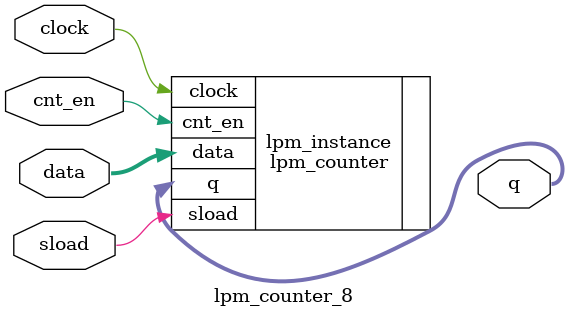
<source format=v>



module lpm_counter_8(sload,clock,cnt_en,data,q);
input sload;
input clock;
input cnt_en;
input [11:0] data;
output [11:0] q;

lpm_counter	lpm_instance(.sload(sload),.clock(clock),.cnt_en(cnt_en),.data(data),.q(q));
	defparam	lpm_instance.LPM_WIDTH = 12;

endmodule

</source>
